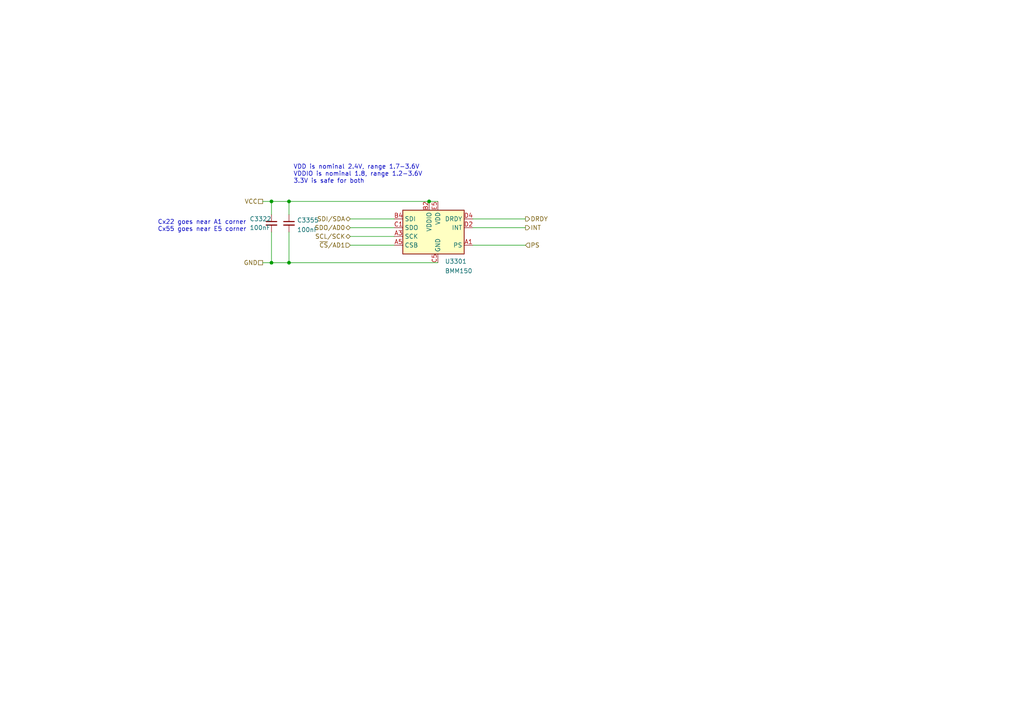
<source format=kicad_sch>
(kicad_sch (version 20211123) (generator eeschema)
  (paper "A4")
  (lib_symbols
    (symbol "Device:C_Small" (pin_numbers hide) (pin_names (offset 0.254) hide)
      (property "Reference" "C" (at 0.254 1.778 0))
      (property "Value" "C_Small" (at 0.254 -2.032 0))
      (symbol "C_Small_0_1"
        (polyline (pts (xy -1.524 -0.508) (xy 1.524 -0.508)) (stroke (width 0.3302)))
        (polyline (pts (xy -1.524 0.508) (xy 1.524 0.508)) (stroke (width 0.3048)))
      )
      (symbol "C_Small_1_1"
        (pin passive line (at 0 2.54 270) (length 2.032) (name "~") (number "1"))
        (pin passive line (at 0 -2.54 90) (length 2.032) (name "~") (number "2"))
      )
    )
    (symbol "Sensor_Magnetic:BMM150"
      (property "Reference" "U" (at -10.16 6.35 0))
      (property "Value" "BMM150" (at 7.62 6.35 0))
      (symbol "BMM150_0_1"
        (rectangle (start -10.16 5.08) (end 7.62 -7.62) (stroke (width 0.254)) (fill (type background)))
      )
      (symbol "BMM150_1_1"
        (pin input line (at 10.16 -5.08 180) (length 2.54) (name "PS") (number "A1"))
        (pin bidirectional line (at -12.7 -2.54 0) (length 2.54) (name "SCK") (number "A3"))
        (pin input line (at -12.7 -5.08 0) (length 2.54) (name "CSB") (number "A5"))
        (pin power_in line (at -2.54 7.62 270) (length 2.54) (name "VDDIO") (number "B2"))
        (pin bidirectional line (at -12.7 2.54 0) (length 2.54) (name "SDI") (number "B4"))
        (pin bidirectional line (at -12.7 0 0) (length 2.54) (name "SDO") (number "C1"))
        (pin power_in line (at 0 -10.16 90) (length 2.54) (name "GND") (number "C5"))
        (pin output line (at 10.16 0 180) (length 2.54) (name "INT") (number "D2"))
        (pin output line (at 10.16 2.54 180) (length 2.54) (name "DRDY") (number "D4"))
        (pin passive line (at 0 -10.16 90) (length 2.54) hide (name "GND") (number "E1"))
        (pin passive line (at 0 -10.16 90) (length 2.54) hide (name "GND") (number "E3"))
        (pin power_in line (at 0 7.62 270) (length 2.54) (name "VDD") (number "E5"))
      )
    )
  )
  (junction (at 124.46 58.42))
  (junction (at 83.82 58.42))
  (junction (at 78.74 58.42))
  (junction (at 83.82 76.2))
  (junction (at 78.74 76.2))
  (wire (pts (xy 83.82 58.42) (xy 124.46 58.42)))
  (wire (pts (xy 101.6 63.5) (xy 114.3 63.5)))
  (wire (pts (xy 78.74 76.2) (xy 83.82 76.2)))
  (wire (pts (xy 137.16 71.12) (xy 152.4 71.12)))
  (wire (pts (xy 101.6 66.04) (xy 114.3 66.04)))
  (wire (pts (xy 83.82 76.2) (xy 127 76.2)))
  (wire (pts (xy 78.74 58.42) (xy 78.74 62.23)))
  (wire (pts (xy 78.74 58.42) (xy 83.82 58.42)))
  (wire (pts (xy 76.2 76.2) (xy 78.74 76.2)))
  (wire (pts (xy 83.82 67.31) (xy 83.82 76.2)))
  (wire (pts (xy 101.6 68.58) (xy 114.3 68.58)))
  (wire (pts (xy 137.16 63.5) (xy 152.4 63.5)))
  (wire (pts (xy 124.46 58.42) (xy 127 58.42)))
  (wire (pts (xy 137.16 66.04) (xy 152.4 66.04)))
  (wire (pts (xy 101.6 71.12) (xy 114.3 71.12)))
  (wire (pts (xy 78.74 67.31) (xy 78.74 76.2)))
  (wire (pts (xy 76.2 58.42) (xy 78.74 58.42)))
  (wire (pts (xy 83.82 58.42) (xy 83.82 62.23)))
  (text "VDD is nominal 2.4V, range 1.7-3.6V\nVDDIO is nominal 1.8, range 1.2-3.6V\n3.3V is safe for both" (at 85.09 53.34 0) (effects (font (size 1.27 1.27)) (justify left bottom)))
  (text "Cx22 goes near A1 corner\nCx55 goes near E5 corner" (at 45.72 67.31 0) (effects (font (size 1.27 1.27)) (justify left bottom)))
  (hierarchical_label "PS" (shape input) (at 152.4 71.12 0))
  (hierarchical_label "~{CS}{slash}AD1" (shape input) (at 101.6 71.12 180))
  (hierarchical_label "INT" (shape output) (at 152.4 66.04 0))
  (hierarchical_label "SDO{slash}AD0" (shape bidirectional) (at 101.6 66.04 180))
  (hierarchical_label "SCL{slash}SCK" (shape bidirectional) (at 101.6 68.58 180))
  (hierarchical_label "SDI{slash}SDA" (shape bidirectional) (at 101.6 63.5 180))
  (hierarchical_label "VCC" (shape passive) (at 76.2 58.42 180))
  (hierarchical_label "DRDY" (shape output) (at 152.4 63.5 0))
  (hierarchical_label "GND" (shape passive) (at 76.2 76.2 180))
  (symbol (lib_id "Device:C_Small") (at 83.82 64.77 0)
    (property "Reference" "C3355" (at 86.1441 63.8678 0) (effects (justify left)))
    (property "Value" "100nF" (at 86.1441 66.6429 0) (effects (justify left)))
    (property "Footprint" "Capacitor_SMD:C_0402_1005Metric" (effects hide))
  )
  (symbol (lib_id "Sensor_Magnetic:BMM150") (at 127 66.04 0)
    (property "Reference" "U3301" (at 129.0194 75.8095 0) (effects (justify left)))
    (property "Value" "BMM150" (at 129.0194 78.5846 0) (effects (justify left)))
    (property "Footprint" "Package_CSP:WLCSP-12_1.56x1.56mm_P0.4mm" (effects hide))
    (property "Datasheet" "https://www.mouser.com/datasheet/2/783/BST-BMM150-DS001-01-786480.pdf" (effects hide))
  )
  (symbol (lib_id "Device:C_Small") (at 78.74 64.77 0)
    (property "Reference" "C3322" (at 72.39 63.5 0) (effects (justify left)))
    (property "Value" "100nF" (at 72.39 66.04 0) (effects (justify left)))
    (property "Footprint" "Capacitor_SMD:C_0402_1005Metric" (effects hide))
  )
)
</source>
